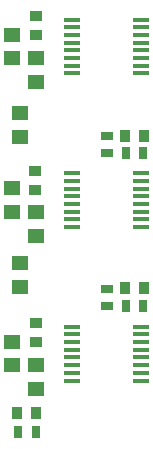
<source format=gbr>
G04*
G04 #@! TF.GenerationSoftware,Altium Limited,Altium Designer,22.4.2 (48)*
G04*
G04 Layer_Color=8421504*
%FSLAX44Y44*%
%MOMM*%
G71*
G04*
G04 #@! TF.SameCoordinates,3F8D2DE9-6248-4815-85C5-7CB1FE07798D*
G04*
G04*
G04 #@! TF.FilePolarity,Positive*
G04*
G01*
G75*
%ADD14R,1.3781X0.3281*%
%ADD15R,1.4500X1.1500*%
%ADD16R,0.7500X1.0000*%
%ADD17R,1.0000X0.7500*%
%ADD18R,1.0000X0.9500*%
%ADD19R,0.9500X1.0000*%
D14*
X229000Y97250D02*
D03*
Y136250D02*
D03*
Y142750D02*
D03*
Y123250D02*
D03*
Y129750D02*
D03*
Y103750D02*
D03*
Y116750D02*
D03*
Y110250D02*
D03*
X171000Y97250D02*
D03*
Y136250D02*
D03*
Y142750D02*
D03*
Y123250D02*
D03*
Y129750D02*
D03*
Y103750D02*
D03*
Y116750D02*
D03*
Y110250D02*
D03*
X229000Y357250D02*
D03*
X229000Y396250D02*
D03*
X229000Y402750D02*
D03*
X229000Y383250D02*
D03*
X229000Y389750D02*
D03*
Y363750D02*
D03*
Y376750D02*
D03*
X229000Y370250D02*
D03*
X171000Y357250D02*
D03*
Y383250D02*
D03*
X171000Y389750D02*
D03*
Y363750D02*
D03*
Y376750D02*
D03*
X171000Y370250D02*
D03*
X171000Y402750D02*
D03*
X171000Y396250D02*
D03*
X229000Y227250D02*
D03*
Y266250D02*
D03*
Y272750D02*
D03*
Y253250D02*
D03*
Y259750D02*
D03*
X229000Y233750D02*
D03*
X229000Y246750D02*
D03*
Y240250D02*
D03*
X171000Y227250D02*
D03*
Y266250D02*
D03*
Y272750D02*
D03*
Y253250D02*
D03*
Y259750D02*
D03*
Y233750D02*
D03*
Y246750D02*
D03*
Y240250D02*
D03*
D15*
X140000Y350000D02*
D03*
Y370000D02*
D03*
X140000Y220000D02*
D03*
Y240000D02*
D03*
X120000Y110000D02*
D03*
Y130000D02*
D03*
X140000Y110000D02*
D03*
X140000Y90000D02*
D03*
X127000Y323500D02*
D03*
Y303500D02*
D03*
Y196850D02*
D03*
Y176850D02*
D03*
X120000Y370000D02*
D03*
X120000Y390000D02*
D03*
X120000Y240000D02*
D03*
Y260000D02*
D03*
D16*
X216020Y289680D02*
D03*
X231020Y289680D02*
D03*
X140000Y53340D02*
D03*
X125000D02*
D03*
X231020Y160140D02*
D03*
X216020D02*
D03*
D17*
X200660Y175140D02*
D03*
Y160140D02*
D03*
Y289680D02*
D03*
X200660Y304680D02*
D03*
D18*
X140000Y146000D02*
D03*
Y130000D02*
D03*
X139700Y274700D02*
D03*
Y258700D02*
D03*
X140000Y390000D02*
D03*
Y406000D02*
D03*
D19*
X140000Y69850D02*
D03*
X124000D02*
D03*
X215520Y175260D02*
D03*
X231520D02*
D03*
Y304680D02*
D03*
X215520D02*
D03*
M02*

</source>
